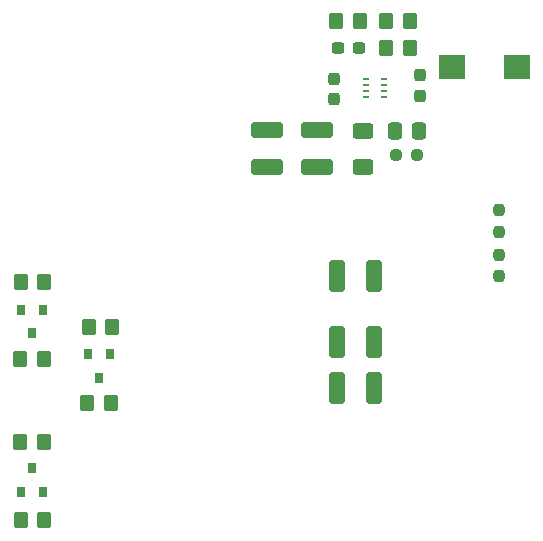
<source format=gbr>
%TF.GenerationSoftware,KiCad,Pcbnew,(6.0.4)*%
%TF.CreationDate,2022-09-19T00:41:06-04:00*%
%TF.ProjectId,Pi_HAT_V2,50695f48-4154-45f5-9632-2e6b69636164,rev?*%
%TF.SameCoordinates,Original*%
%TF.FileFunction,Paste,Bot*%
%TF.FilePolarity,Positive*%
%FSLAX46Y46*%
G04 Gerber Fmt 4.6, Leading zero omitted, Abs format (unit mm)*
G04 Created by KiCad (PCBNEW (6.0.4)) date 2022-09-19 00:41:06*
%MOMM*%
%LPD*%
G01*
G04 APERTURE LIST*
G04 Aperture macros list*
%AMRoundRect*
0 Rectangle with rounded corners*
0 $1 Rounding radius*
0 $2 $3 $4 $5 $6 $7 $8 $9 X,Y pos of 4 corners*
0 Add a 4 corners polygon primitive as box body*
4,1,4,$2,$3,$4,$5,$6,$7,$8,$9,$2,$3,0*
0 Add four circle primitives for the rounded corners*
1,1,$1+$1,$2,$3*
1,1,$1+$1,$4,$5*
1,1,$1+$1,$6,$7*
1,1,$1+$1,$8,$9*
0 Add four rect primitives between the rounded corners*
20,1,$1+$1,$2,$3,$4,$5,0*
20,1,$1+$1,$4,$5,$6,$7,0*
20,1,$1+$1,$6,$7,$8,$9,0*
20,1,$1+$1,$8,$9,$2,$3,0*%
G04 Aperture macros list end*
%ADD10R,0.609600X0.279400*%
%ADD11R,2.260600X2.108200*%
%ADD12RoundRect,0.250000X0.412500X1.100000X-0.412500X1.100000X-0.412500X-1.100000X0.412500X-1.100000X0*%
%ADD13RoundRect,0.237500X-0.300000X-0.237500X0.300000X-0.237500X0.300000X0.237500X-0.300000X0.237500X0*%
%ADD14RoundRect,0.237500X-0.237500X0.300000X-0.237500X-0.300000X0.237500X-0.300000X0.237500X0.300000X0*%
%ADD15RoundRect,0.250000X1.100000X-0.412500X1.100000X0.412500X-1.100000X0.412500X-1.100000X-0.412500X0*%
%ADD16RoundRect,0.250000X0.625000X-0.400000X0.625000X0.400000X-0.625000X0.400000X-0.625000X-0.400000X0*%
%ADD17RoundRect,0.250000X0.337500X0.475000X-0.337500X0.475000X-0.337500X-0.475000X0.337500X-0.475000X0*%
%ADD18RoundRect,0.237500X0.237500X-0.250000X0.237500X0.250000X-0.237500X0.250000X-0.237500X-0.250000X0*%
%ADD19RoundRect,0.250000X-0.350000X-0.450000X0.350000X-0.450000X0.350000X0.450000X-0.350000X0.450000X0*%
%ADD20R,0.800000X0.900000*%
%ADD21RoundRect,0.250000X0.350000X0.450000X-0.350000X0.450000X-0.350000X-0.450000X0.350000X-0.450000X0*%
%ADD22RoundRect,0.237500X-0.250000X-0.237500X0.250000X-0.237500X0.250000X0.237500X-0.250000X0.237500X0*%
%ADD23RoundRect,0.250000X-0.412500X-1.100000X0.412500X-1.100000X0.412500X1.100000X-0.412500X1.100000X0*%
G04 APERTURE END LIST*
D10*
%TO.C,U1*%
X136500700Y-68724999D03*
X136500700Y-69225000D03*
X136500700Y-69725000D03*
X136500700Y-70225001D03*
X137999300Y-70225001D03*
X137999300Y-69725000D03*
X137999300Y-69225000D03*
X137999300Y-68724999D03*
%TD*%
D11*
%TO.C,L1*%
X143758900Y-67700000D03*
X149296100Y-67700000D03*
%TD*%
D12*
%TO.C,C7*%
X137162500Y-94900000D03*
X134037500Y-94900000D03*
%TD*%
D13*
%TO.C,C9*%
X134162500Y-66075000D03*
X135887500Y-66075000D03*
%TD*%
D14*
%TO.C,C3*%
X141100000Y-70112500D03*
X141100000Y-68387500D03*
%TD*%
D12*
%TO.C,C6*%
X137162500Y-91000000D03*
X134037500Y-91000000D03*
%TD*%
D15*
%TO.C,C1*%
X132375000Y-76162500D03*
X132375000Y-73037500D03*
%TD*%
%TO.C,C2*%
X128125000Y-76162500D03*
X128125000Y-73037500D03*
%TD*%
D16*
%TO.C,R2*%
X136225000Y-76175000D03*
X136225000Y-73075000D03*
%TD*%
D17*
%TO.C,C4*%
X141012500Y-73100000D03*
X138937500Y-73100000D03*
%TD*%
D18*
%TO.C,R7*%
X147800000Y-85387500D03*
X147800000Y-83562500D03*
%TD*%
D19*
%TO.C,R9*%
X107250000Y-99475000D03*
X109250000Y-99475000D03*
%TD*%
%TO.C,R10*%
X113025000Y-89675000D03*
X115025000Y-89675000D03*
%TD*%
%TO.C,R5*%
X138250000Y-63825000D03*
X140250000Y-63825000D03*
%TD*%
%TO.C,R14*%
X134000000Y-63800000D03*
X136000000Y-63800000D03*
%TD*%
%TO.C,R12*%
X107275000Y-85900000D03*
X109275000Y-85900000D03*
%TD*%
D14*
%TO.C,C8*%
X133825000Y-70412500D03*
X133825000Y-68687500D03*
%TD*%
D20*
%TO.C,Q3*%
X107300000Y-88225000D03*
X109200000Y-88225000D03*
X108250000Y-90225000D03*
%TD*%
D21*
%TO.C,R11*%
X114925000Y-96100000D03*
X112925000Y-96100000D03*
%TD*%
D20*
%TO.C,Q1*%
X109200000Y-103675000D03*
X107300000Y-103675000D03*
X108250000Y-101675000D03*
%TD*%
D18*
%TO.C,R6*%
X147800000Y-81637500D03*
X147800000Y-79812500D03*
%TD*%
D22*
%TO.C,R4*%
X139037500Y-75125000D03*
X140862500Y-75125000D03*
%TD*%
D21*
%TO.C,R8*%
X109275000Y-106025000D03*
X107275000Y-106025000D03*
%TD*%
%TO.C,R13*%
X109225000Y-92400000D03*
X107225000Y-92400000D03*
%TD*%
D20*
%TO.C,Q2*%
X112975000Y-92000000D03*
X114875000Y-92000000D03*
X113925000Y-94000000D03*
%TD*%
D23*
%TO.C,C5*%
X134037500Y-85350000D03*
X137162500Y-85350000D03*
%TD*%
D19*
%TO.C,R3*%
X138225000Y-66100000D03*
X140225000Y-66100000D03*
%TD*%
M02*

</source>
